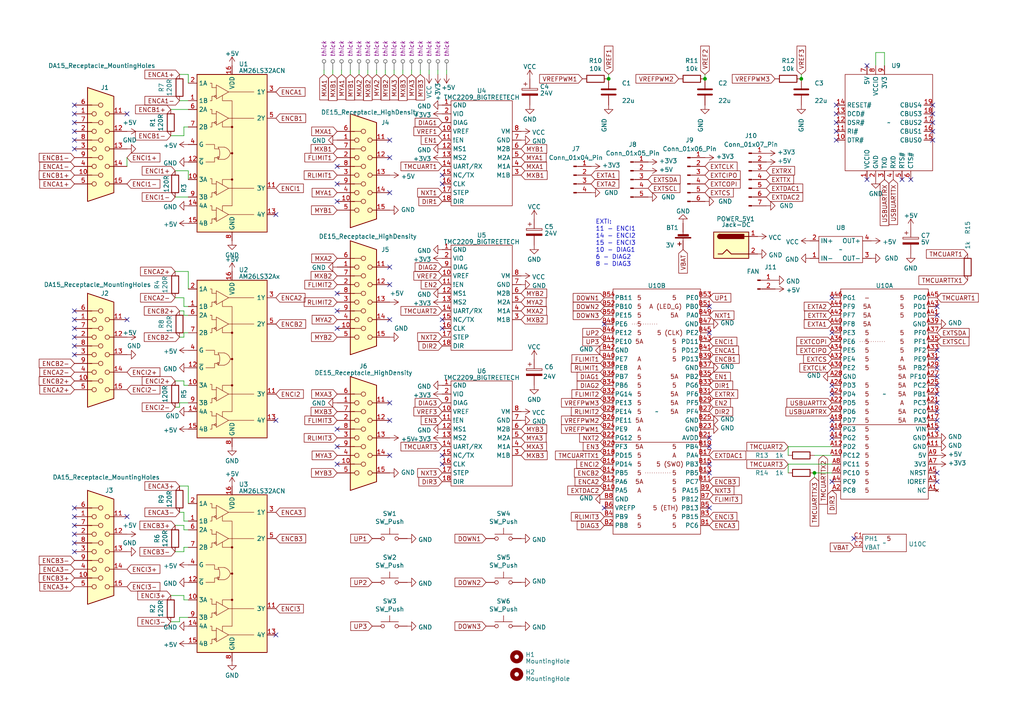
<source format=kicad_sch>
(kicad_sch (version 20230121) (generator eeschema)
  (paper "A4")
  (junction (at 236.22 137.16))
  (junction (at 176.53 22.86))
  (junction (at 232.41 22.86))
  (junction (at 204.47 22.86))
  (no_connect (at 205.74 88.9))
  (no_connect (at 242.57 38.1))
  (no_connect (at 271.78 137.16))
  (no_connect (at 271.78 124.46))
  (no_connect (at 247.65 156.21))
  (no_connect (at 80.01 184.15))
  (no_connect (at 128.27 53.34))
  (no_connect (at 21.59 92.71))
  (no_connect (at 21.59 30.48))
  (no_connect (at 264.16 52.07))
  (no_connect (at 113.03 82.55))
  (no_connect (at 21.59 149.86))
  (no_connect (at 97.79 134.62))
  (no_connect (at 271.78 116.84))
  (no_connect (at 21.59 38.1))
  (no_connect (at 21.59 160.02))
  (no_connect (at 271.78 106.68))
  (no_connect (at 251.46 19.05))
  (no_connect (at 205.74 96.52))
  (no_connect (at 21.59 100.33))
  (no_connect (at 21.59 33.02))
  (no_connect (at 271.78 121.92))
  (no_connect (at 270.51 33.02))
  (no_connect (at 128.27 95.25))
  (no_connect (at 205.74 129.54))
  (no_connect (at 21.59 147.32))
  (no_connect (at 205.74 137.16))
  (no_connect (at 97.79 85.09))
  (no_connect (at 271.78 111.76))
  (no_connect (at 97.79 53.34))
  (no_connect (at 113.03 77.47))
  (no_connect (at 113.03 92.71))
  (no_connect (at 241.3 96.52))
  (no_connect (at 21.59 102.87))
  (no_connect (at 175.26 93.98))
  (no_connect (at 271.78 104.14))
  (no_connect (at 175.26 147.32))
  (no_connect (at 241.3 86.36))
  (no_connect (at 205.74 127))
  (no_connect (at 21.59 90.17))
  (no_connect (at 21.59 35.56))
  (no_connect (at 128.27 92.71))
  (no_connect (at 270.51 30.48))
  (no_connect (at 242.57 30.48))
  (no_connect (at 128.27 132.08))
  (no_connect (at 270.51 35.56))
  (no_connect (at 21.59 43.18))
  (no_connect (at 261.62 52.07))
  (no_connect (at 270.51 38.1))
  (no_connect (at 36.83 149.86))
  (no_connect (at 97.79 58.42))
  (no_connect (at 241.3 124.46))
  (no_connect (at 271.78 119.38))
  (no_connect (at 271.78 114.3))
  (no_connect (at 21.59 152.4))
  (no_connect (at 128.27 134.62))
  (no_connect (at 241.3 114.3))
  (no_connect (at 80.01 62.23))
  (no_connect (at 128.27 50.8))
  (no_connect (at 270.51 40.64))
  (no_connect (at 97.79 95.25))
  (no_connect (at 113.03 55.88))
  (no_connect (at 113.03 116.84))
  (no_connect (at 242.57 33.02))
  (no_connect (at 205.74 147.32))
  (no_connect (at 271.78 101.6))
  (no_connect (at 21.59 95.25))
  (no_connect (at 36.83 92.71))
  (no_connect (at 21.59 97.79))
  (no_connect (at 271.78 91.44))
  (no_connect (at 80.01 121.92))
  (no_connect (at 271.78 109.22))
  (no_connect (at 113.03 121.92))
  (no_connect (at 113.03 45.72))
  (no_connect (at 97.79 90.17))
  (no_connect (at 97.79 48.26))
  (no_connect (at 271.78 88.9))
  (no_connect (at 113.03 40.64))
  (no_connect (at 21.59 157.48))
  (no_connect (at 271.78 139.7))
  (no_connect (at 36.83 33.02))
  (no_connect (at 251.46 52.07))
  (no_connect (at 241.3 121.92))
  (no_connect (at 97.79 129.54))
  (no_connect (at 241.3 139.7))
  (no_connect (at 205.74 134.62))
  (no_connect (at 241.3 111.76))
  (no_connect (at 242.57 35.56))
  (no_connect (at 241.3 127))
  (no_connect (at 21.59 40.64))
  (no_connect (at 21.59 154.94))
  (no_connect (at 242.57 40.64))
  (no_connect (at 113.03 132.08))
  (no_connect (at 97.79 124.46))
  (wire (pts (xy 36.83 45.72) (xy 36.83 48.26)))
  (wire (pts (xy 236.22 132.08) (xy 241.3 132.08)))
  (wire (pts (xy 53.34 88.9) (xy 54.61 88.9)))
  (wire (pts (xy 254 15.24) (xy 256.54 15.24)))
  (wire (pts (xy 53.34 86.36) (xy 53.34 88.9)))
  (wire (pts (xy 50.8 160.02) (xy 53.34 160.02)))
  (wire (pts (xy 204.47 21.59) (xy 204.47 22.86)))
  (wire (pts (xy 53.34 160.02) (xy 53.34 158.75)))
  (wire (pts (xy 53.34 148.59) (xy 53.34 151.13)))
  (wire (pts (xy 254 19.05) (xy 254 15.24)))
  (wire (pts (xy 50.8 110.49) (xy 53.34 110.49)))
  (wire (pts (xy 53.34 173.99) (xy 54.61 173.99)))
  (wire (pts (xy 52.07 118.11) (xy 52.07 116.84)))
  (wire (pts (xy 53.34 36.83) (xy 54.61 36.83)))
  (wire (pts (xy 99.06 20.32) (xy 99.06 21.59)))
  (wire (pts (xy 54.61 78.74) (xy 54.61 83.82)))
  (wire (pts (xy 53.34 110.49) (xy 53.34 111.76)))
  (wire (pts (xy 54.61 49.53) (xy 54.61 52.07)))
  (wire (pts (xy 53.34 39.37) (xy 53.34 36.83)))
  (wire (pts (xy 53.34 172.72) (xy 53.34 173.99)))
  (wire (pts (xy 116.84 20.32) (xy 116.84 21.59)))
  (wire (pts (xy 53.34 152.4) (xy 53.34 153.67)))
  (wire (pts (xy 232.41 21.59) (xy 232.41 22.86)))
  (wire (pts (xy 127 20.32) (xy 127 21.59)))
  (wire (pts (xy 228.6 134.62) (xy 228.6 137.16)))
  (wire (pts (xy 52.07 116.84) (xy 54.61 116.84)))
  (wire (pts (xy 109.22 20.32) (xy 109.22 21.59)))
  (wire (pts (xy 54.61 24.13) (xy 54.61 21.59)))
  (wire (pts (xy 119.38 20.32) (xy 119.38 21.59)))
  (wire (pts (xy 53.34 151.13) (xy 54.61 151.13)))
  (wire (pts (xy 53.34 111.76) (xy 54.61 111.76)))
  (wire (pts (xy 52.07 90.17) (xy 53.34 90.17)))
  (wire (pts (xy 228.6 129.54) (xy 241.3 129.54)))
  (wire (pts (xy 50.8 57.15) (xy 54.61 57.15)))
  (wire (pts (xy 50.8 152.4) (xy 53.34 152.4)))
  (wire (pts (xy 106.68 20.32) (xy 106.68 21.59)))
  (wire (pts (xy 53.34 96.52) (xy 54.61 96.52)))
  (wire (pts (xy 50.8 49.53) (xy 54.61 49.53)))
  (wire (pts (xy 52.07 29.21) (xy 54.61 29.21)))
  (wire (pts (xy 49.53 172.72) (xy 53.34 172.72)))
  (wire (pts (xy 54.61 140.97) (xy 52.07 140.97)))
  (wire (pts (xy 53.34 97.79) (xy 53.34 96.52)))
  (wire (pts (xy 53.34 90.17) (xy 53.34 91.44)))
  (wire (pts (xy 52.07 179.07) (xy 54.61 179.07)))
  (wire (pts (xy 54.61 78.74) (xy 50.8 78.74)))
  (wire (pts (xy 111.76 20.32) (xy 111.76 21.59)))
  (wire (pts (xy 52.07 21.59) (xy 54.61 21.59)))
  (wire (pts (xy 129.54 20.32) (xy 129.54 21.59)))
  (wire (pts (xy 236.22 137.16) (xy 241.3 137.16)))
  (wire (pts (xy 93.98 20.32) (xy 93.98 21.59)))
  (wire (pts (xy 53.34 91.44) (xy 54.61 91.44)))
  (wire (pts (xy 236.22 137.16) (xy 236.22 138.43)))
  (wire (pts (xy 49.53 39.37) (xy 53.34 39.37)))
  (wire (pts (xy 53.34 148.59) (xy 52.07 148.59)))
  (wire (pts (xy 50.8 86.36) (xy 53.34 86.36)))
  (wire (pts (xy 228.6 129.54) (xy 228.6 132.08)))
  (wire (pts (xy 50.8 118.11) (xy 52.07 118.11)))
  (wire (pts (xy 49.53 31.75) (xy 54.61 31.75)))
  (wire (pts (xy 101.6 20.32) (xy 101.6 21.59)))
  (wire (pts (xy 54.61 146.05) (xy 54.61 140.97)))
  (wire (pts (xy 52.07 180.34) (xy 52.07 179.07)))
  (wire (pts (xy 114.3 20.32) (xy 114.3 21.59)))
  (wire (pts (xy 49.53 180.34) (xy 52.07 180.34)))
  (wire (pts (xy 228.6 134.62) (xy 241.3 134.62)))
  (wire (pts (xy 52.07 97.79) (xy 53.34 97.79)))
  (wire (pts (xy 121.92 20.32) (xy 121.92 21.59)))
  (wire (pts (xy 96.52 20.32) (xy 96.52 21.59)))
  (wire (pts (xy 53.34 158.75) (xy 54.61 158.75)))
  (wire (pts (xy 104.14 20.32) (xy 104.14 21.59)))
  (wire (pts (xy 256.54 15.24) (xy 256.54 19.05)))
  (wire (pts (xy 176.53 21.59) (xy 176.53 22.86)))
  (wire (pts (xy 53.34 153.67) (xy 54.61 153.67)))
  (wire (pts (xy 124.46 20.32) (xy 124.46 21.59)))
  (text "EXTI:\n11 - ENCI1\n14 - ENCI2\n15 - ENCI3\n10 - DIAG1\n6 - DIAG2\n8 - DIAG3\n" (at 172.72 77.47 0) (effects (font (size 1.27 1.27)) (justify left bottom)))
  (global_label "ENCA1-" (shape input) (at 52.07 29.21 180) (property "Intersheetrefs" "${INTERSHEET_REFS}" (effects hide)))
  (global_label "ENCA3+" (shape input) (at 21.59 170.18 180) (property "Intersheetrefs" "${INTERSHEET_REFS}" (effects hide)))
  (global_label "DIR2" (shape input) (at 205.74 119.38 0) (property "Intersheetrefs" "${INTERSHEET_REFS}" (effects hide)))
  (global_label "ENCA1" (shape input) (at 205.74 101.6 0) (property "Intersheetrefs" "${INTERSHEET_REFS}" (effects hide)))
  (global_label "MXA3" (shape input) (at 114.3 21.59 270) (property "Intersheetrefs" "${INTERSHEET_REFS}" (effects hide)))
  (global_label "EXTRX" (shape input) (at 222.25 49.53 0) (property "Intersheetrefs" "${INTERSHEET_REFS}" (effects hide)))
  (global_label "NXT1" (shape input) (at 205.74 91.44 0) (property "Intersheetrefs" "${INTERSHEET_REFS}" (effects hide)))
  (global_label "ENCA1+" (shape input) (at 21.59 53.34 180) (property "Intersheetrefs" "${INTERSHEET_REFS}" (effects hide)))
  (global_label "DIAG1" (shape input) (at 128.27 35.56 180) (property "Intersheetrefs" "${INTERSHEET_REFS}" (effects hide)))
  (global_label "EXTTX" (shape input) (at 241.3 91.44 180) (property "Intersheetrefs" "${INTERSHEET_REFS}" (effects hide)))
  (global_label "MXB1" (shape input) (at 96.52 21.59 270) (property "Intersheetrefs" "${INTERSHEET_REFS}" (effects hide)))
  (global_label "ENCI1-" (shape input) (at 50.8 57.15 180) (property "Intersheetrefs" "${INTERSHEET_REFS}" (effects hide)))
  (global_label "UP2" (shape input) (at 175.26 96.52 180) (property "Intersheetrefs" "${INTERSHEET_REFS}" (effects hide)))
  (global_label "EN2" (shape input) (at 128.27 82.55 180) (property "Intersheetrefs" "${INTERSHEET_REFS}" (effects hide)))
  (global_label "DIAG2" (shape input) (at 175.26 111.76 180) (property "Intersheetrefs" "${INTERSHEET_REFS}" (effects hide)))
  (global_label "ENCA2+" (shape input) (at 50.8 78.74 180) (property "Intersheetrefs" "${INTERSHEET_REFS}" (effects hide)))
  (global_label "ENCA3" (shape input) (at 205.74 152.4 0) (property "Intersheetrefs" "${INTERSHEET_REFS}" (effects hide)))
  (global_label "EN1" (shape input) (at 205.74 109.22 0) (property "Intersheetrefs" "${INTERSHEET_REFS}" (effects hide)))
  (global_label "ENCB3+" (shape input) (at 50.8 152.4 180) (property "Intersheetrefs" "${INTERSHEET_REFS}" (effects hide)))
  (global_label "DIR1" (shape input) (at 205.74 111.76 0) (property "Intersheetrefs" "${INTERSHEET_REFS}" (effects hide)))
  (global_label "ENCB3" (shape input) (at 205.74 139.7 0) (property "Intersheetrefs" "${INTERSHEET_REFS}" (effects hide)))
  (global_label "DOWN3" (shape input) (at 175.26 91.44 180) (property "Intersheetrefs" "${INTERSHEET_REFS}" (effects hide)))
  (global_label "ENCA2+" (shape input) (at 21.59 113.03 180) (property "Intersheetrefs" "${INTERSHEET_REFS}" (effects hide)))
  (global_label "TMCUART3" (shape input) (at 128.27 129.54 180) (property "Intersheetrefs" "${INTERSHEET_REFS}" (effects hide)))
  (global_label "UP1" (shape input) (at 107.95 156.21 180) (property "Intersheetrefs" "${INTERSHEET_REFS}" (effects hide)))
  (global_label "ENCI3" (shape input) (at 205.74 149.86 0) (property "Intersheetrefs" "${INTERSHEET_REFS}" (effects hide)))
  (global_label "VBAT" (shape input) (at 198.12 72.39 270) (property "Intersheetrefs" "${INTERSHEET_REFS}" (effects hide)))
  (global_label "MYB2" (shape input) (at 111.76 21.59 270) (property "Intersheetrefs" "${INTERSHEET_REFS}" (effects hide)))
  (global_label "RLIMIT3" (shape input) (at 97.79 127 180) (property "Intersheetrefs" "${INTERSHEET_REFS}" (effects hide)))
  (global_label "DIAG2" (shape input) (at 128.27 77.47 180) (property "Intersheetrefs" "${INTERSHEET_REFS}" (effects hide)))
  (global_label "ENCA1" (shape input) (at 80.01 26.67 0) (property "Intersheetrefs" "${INTERSHEET_REFS}" (effects hide)))
  (global_label "ENCB1" (shape input) (at 80.01 34.29 0) (property "Intersheetrefs" "${INTERSHEET_REFS}" (effects hide)))
  (global_label "MXA1" (shape input) (at 151.13 48.26 0) (property "Intersheetrefs" "${INTERSHEET_REFS}" (effects hide)))
  (global_label "EXTSDA" (shape input) (at 187.96 52.07 0) (property "Intersheetrefs" "${INTERSHEET_REFS}" (effects hide)))
  (global_label "RLIMIT2" (shape input) (at 175.26 119.38 180) (property "Intersheetrefs" "${INTERSHEET_REFS}" (effects hide)))
  (global_label "ENCI1+" (shape input) (at 50.8 49.53 180) (property "Intersheetrefs" "${INTERSHEET_REFS}" (effects hide)))
  (global_label "TMCUART2" (shape input) (at 128.27 90.17 180) (property "Intersheetrefs" "${INTERSHEET_REFS}" (effects hide)))
  (global_label "DOWN2" (shape input) (at 175.26 88.9 180) (property "Intersheetrefs" "${INTERSHEET_REFS}" (effects hide)))
  (global_label "EXTDAC2" (shape input) (at 175.26 142.24 180) (property "Intersheetrefs" "${INTERSHEET_REFS}" (effects hide)))
  (global_label "MXA1" (shape input) (at 93.98 21.59 270) (property "Intersheetrefs" "${INTERSHEET_REFS}" (effects hide)))
  (global_label "ENCI3+" (shape input) (at 36.83 165.1 0) (property "Intersheetrefs" "${INTERSHEET_REFS}" (effects hide)))
  (global_label "UP3" (shape input) (at 175.26 99.06 180) (property "Intersheetrefs" "${INTERSHEET_REFS}" (effects hide)))
  (global_label "ENCB3" (shape input) (at 80.01 156.21 0) (property "Intersheetrefs" "${INTERSHEET_REFS}" (effects hide)))
  (global_label "TMCUART1" (shape input) (at 128.27 48.26 180) (property "Intersheetrefs" "${INTERSHEET_REFS}" (effects hide)))
  (global_label "ENCB2" (shape input) (at 80.01 93.98 0) (property "Intersheetrefs" "${INTERSHEET_REFS}" (effects hide)))
  (global_label "EXTA1" (shape input) (at 241.3 93.98 180) (property "Intersheetrefs" "${INTERSHEET_REFS}" (effects hide)))
  (global_label "EN3" (shape input) (at 175.26 129.54 180) (property "Intersheetrefs" "${INTERSHEET_REFS}" (effects hide)))
  (global_label "MYA1" (shape input) (at 99.06 21.59 270) (property "Intersheetrefs" "${INTERSHEET_REFS}" (effects hide)))
  (global_label "RLIMIT1" (shape input) (at 97.79 50.8 180) (property "Intersheetrefs" "${INTERSHEET_REFS}" (effects hide)))
  (global_label "ENCA2" (shape input) (at 80.01 86.36 0) (property "Intersheetrefs" "${INTERSHEET_REFS}" (effects hide)))
  (global_label "ENCB2-" (shape input) (at 21.59 105.41 180) (property "Intersheetrefs" "${INTERSHEET_REFS}" (effects hide)))
  (global_label "ENCI3+" (shape input) (at 49.53 172.72 180) (property "Intersheetrefs" "${INTERSHEET_REFS}" (effects hide)))
  (global_label "DIR3" (shape input) (at 128.27 139.7 180) (property "Intersheetrefs" "${INTERSHEET_REFS}" (effects hide)))
  (global_label "MYB1" (shape input) (at 97.79 60.96 180) (property "Intersheetrefs" "${INTERSHEET_REFS}" (effects hide)))
  (global_label "TMCUARTTX1" (shape input) (at 175.26 132.08 180) (property "Intersheetrefs" "${INTERSHEET_REFS}" (effects hide)))
  (global_label "EXTCIPO" (shape input) (at 204.47 50.8 0) (property "Intersheetrefs" "${INTERSHEET_REFS}" (effects hide)))
  (global_label "MYB1" (shape input) (at 101.6 21.59 270) (property "Intersheetrefs" "${INTERSHEET_REFS}" (effects hide)))
  (global_label "DOWN3" (shape input) (at 140.97 181.61 180) (property "Intersheetrefs" "${INTERSHEET_REFS}" (effects hide)))
  (global_label "VREF2" (shape input) (at 128.27 80.01 180) (property "Intersheetrefs" "${INTERSHEET_REFS}" (effects hide)))
  (global_label "MXB2" (shape input) (at 106.68 21.59 270) (property "Intersheetrefs" "${INTERSHEET_REFS}" (effects hide)))
  (global_label "MYA1" (shape input) (at 97.79 55.88 180) (property "Intersheetrefs" "${INTERSHEET_REFS}" (effects hide)))
  (global_label "USBUARTTX" (shape input) (at 259.08 52.07 270) (property "Intersheetrefs" "${INTERSHEET_REFS}" (effects hide)))
  (global_label "FLIMIT2" (shape input) (at 175.26 114.3 180) (property "Intersheetrefs" "${INTERSHEET_REFS}" (effects hide)))
  (global_label "ENCI2-" (shape input) (at 36.83 113.03 0) (property "Intersheetrefs" "${INTERSHEET_REFS}" (effects hide)))
  (global_label "FLIMIT3" (shape input) (at 97.79 121.92 180) (property "Intersheetrefs" "${INTERSHEET_REFS}" (effects hide)))
  (global_label "RLIMIT3" (shape input) (at 175.26 149.86 180) (property "Intersheetrefs" "${INTERSHEET_REFS}" (effects hide)))
  (global_label "VREF3" (shape input) (at 128.27 119.38 180) (property "Intersheetrefs" "${INTERSHEET_REFS}" (effects hide)))
  (global_label "DIAG1" (shape input) (at 175.26 109.22 180) (property "Intersheetrefs" "${INTERSHEET_REFS}" (effects hide)))
  (global_label "ENCA1+" (shape input) (at 52.07 21.59 180) (property "Intersheetrefs" "${INTERSHEET_REFS}" (effects hide)))
  (global_label "ENCB1-" (shape input) (at 21.59 45.72 180) (property "Intersheetrefs" "${INTERSHEET_REFS}" (effects hide)))
  (global_label "ENCA2-" (shape input) (at 21.59 107.95 180) (property "Intersheetrefs" "${INTERSHEET_REFS}" (effects hide)))
  (global_label "ENCB1+" (shape input) (at 49.53 31.75 180) (property "Intersheetrefs" "${INTERSHEET_REFS}" (effects hide)))
  (global_label "ENCB3-" (shape input) (at 21.59 162.56 180) (property "Intersheetrefs" "${INTERSHEET_REFS}" (effects hide)))
  (global_label "MYB2" (shape input) (at 151.13 85.09 0) (property "Intersheetrefs" "${INTERSHEET_REFS}" (effects hide)))
  (global_label "EXTCS" (shape input) (at 204.47 55.88 0) (property "Intersheetrefs" "${INTERSHEET_REFS}" (effects hide)))
  (global_label "ENCA2" (shape input) (at 175.26 139.7 180) (property "Intersheetrefs" "${INTERSHEET_REFS}" (effects hide)))
  (global_label "UP2" (shape input) (at 107.95 168.91 180) (property "Intersheetrefs" "${INTERSHEET_REFS}" (effects hide)))
  (global_label "MYB1" (shape input) (at 151.13 43.18 0) (property "Intersheetrefs" "${INTERSHEET_REFS}" (effects hide)))
  (global_label "EXTDAC1" (shape input) (at 205.74 132.08 0) (property "Intersheetrefs" "${INTERSHEET_REFS}" (effects hide)))
  (global_label "NXT1" (shape input) (at 128.27 55.88 180) (property "Intersheetrefs" "${INTERSHEET_REFS}" (effects hide)))
  (global_label "MXA2" (shape input) (at 104.14 21.59 270) (property "Intersheetrefs" "${INTERSHEET_REFS}" (effects hide)))
  (global_label "EN2" (shape input) (at 205.74 116.84 0) (property "Intersheetrefs" "${INTERSHEET_REFS}" (effects hide)))
  (global_label "EXTCS" (shape input) (at 241.3 104.14 180) (property "Intersheetrefs" "${INTERSHEET_REFS}" (effects hide)))
  (global_label "DIR1" (shape input) (at 128.27 58.42 180) (property "Intersheetrefs" "${INTERSHEET_REFS}" (effects hide)))
  (global_label "MYA3" (shape input) (at 119.38 21.59 270) (property "Intersheetrefs" "${INTERSHEET_REFS}" (effects hide)))
  (global_label "VREFPWM3" (shape input) (at 175.26 116.84 180) (property "Intersheetrefs" "${INTERSHEET_REFS}" (effects hide)))
  (global_label "ENCI1" (shape input) (at 80.01 54.61 0) (property "Intersheetrefs" "${INTERSHEET_REFS}" (effects hide)))
  (global_label "ENCB2" (shape input) (at 175.26 137.16 180) (property "Intersheetrefs" "${INTERSHEET_REFS}" (effects hide)))
  (global_label "DIR3" (shape input) (at 241.3 142.24 270) (property "Intersheetrefs" "${INTERSHEET_REFS}" (effects hide)))
  (global_label "MXA3" (shape input) (at 97.79 114.3 180) (property "Intersheetrefs" "${INTERSHEET_REFS}" (effects hide)))
  (global_label "DOWN1" (shape input) (at 175.26 86.36 180) (property "Intersheetrefs" "${INTERSHEET_REFS}" (effects hide)))
  (global_label "ENCA2-" (shape input) (at 50.8 86.36 180) (property "Intersheetrefs" "${INTERSHEET_REFS}" (effects hide)))
  (global_label "ENCI2-" (shape input) (at 50.8 118.11 180) (property "Intersheetrefs" "${INTERSHEET_REFS}" (effects hide)))
  (global_label "EXTDAC1" (shape input) (at 222.25 54.61 0) (property "Intersheetrefs" "${INTERSHEET_REFS}" (effects hide)))
  (global_label "EXTA2" (shape input) (at 171.45 53.34 0) (property "Intersheetrefs" "${INTERSHEET_REFS}" (effects hide)))
  (global_label "ENCI2+" (shape input) (at 50.8 110.49 180) (property "Intersheetrefs" "${INTERSHEET_REFS}" (effects hide)))
  (global_label "TMCUARTTX1" (shape input) (at 280.67 81.28 180) (property "Intersheetrefs" "${INTERSHEET_REFS}" (effects hide)))
  (global_label "VREF1" (shape input) (at 176.53 21.59 90) (property "Intersheetrefs" "${INTERSHEET_REFS}" (effects hide)))
  (global_label "ENCB2+" (shape input) (at 21.59 110.49 180) (property "Intersheetrefs" "${INTERSHEET_REFS}" (effects hide)))
  (global_label "ENCI1+" (shape input) (at 36.83 45.72 0) (property "Intersheetrefs" "${INTERSHEET_REFS}" (effects hide)))
  (global_label "VREFPWM2" (shape input) (at 196.85 22.86 180) (property "Intersheetrefs" "${INTERSHEET_REFS}" (effects hide)))
  (global_label "EXTSCL" (shape input) (at 187.96 54.61 0) (property "Intersheetrefs" "${INTERSHEET_REFS}" (effects hide)))
  (global_label "EXTRX" (shape input) (at 205.74 114.3 0) (property "Intersheetrefs" "${INTERSHEET_REFS}" (effects hide)))
  (global_label "EN3" (shape input) (at 128.27 121.92 180) (property "Intersheetrefs" "${INTERSHEET_REFS}" (effects hide)))
  (global_label "USBUARTRX" (shape input) (at 241.3 119.38 180) (property "Intersheetrefs" "${INTERSHEET_REFS}" (effects hide)))
  (global_label "MYB3" (shape input) (at 151.13 124.46 0) (property "Intersheetrefs" "${INTERSHEET_REFS}" (effects hide)))
  (global_label "MXA3" (shape input) (at 151.13 129.54 0) (property "Intersheetrefs" "${INTERSHEET_REFS}" (effects hide)))
  (global_label "ENCB3+" (shape input) (at 21.59 167.64 180) (property "Intersheetrefs" "${INTERSHEET_REFS}" (effects hide)))
  (global_label "MXB2" (shape input) (at 97.79 80.01 180) (property "Intersheetrefs" "${INTERSHEET_REFS}" (effects hide)))
  (global_label "EXTCLK" (shape input) (at 241.3 106.68 180) (property "Intersheetrefs" "${INTERSHEET_REFS}" (effects hide)))
  (global_label "ENCA3-" (shape input) (at 52.07 148.59 180) (property "Intersheetrefs" "${INTERSHEET_REFS}" (effects hide)))
  (global_label "VREF2" (shape input) (at 204.47 21.59 90) (property "Intersheetrefs" "${INTERSHEET_REFS}" (effects hide)))
  (global_label "RLIMIT1" (shape input) (at 175.26 106.68 180) (property "Intersheetrefs" "${INTERSHEET_REFS}" (effects hide)))
  (global_label "MXB3" (shape input) (at 151.13 132.08 0) (property "Intersheetrefs" "${INTERSHEET_REFS}" (effects hide)))
  (global_label "EXTCLK" (shape input) (at 204.47 48.26 0) (property "Intersheetrefs" "${INTERSHEET_REFS}" (effects hide)))
  (global_label "NXT2" (shape input) (at 128.27 97.79 180) (property "Intersheetrefs" "${INTERSHEET_REFS}" (effects hide)))
  (global_label "EXTCOPI" (shape input) (at 241.3 99.06 180) (property "Intersheetrefs" "${INTERSHEET_REFS}" (effects hide)))
  (global_label "MXB2" (shape input) (at 151.13 92.71 0) (property "Intersheetrefs" "${INTERSHEET_REFS}" (effects hide)))
  (global_label "MYA3" (shape input) (at 97.79 132.08 180) (property "Intersheetrefs" "${INTERSHEET_REFS}" (effects hide)))
  (global_label "ENCI3-" (shape input) (at 36.83 170.18 0) (property "Intersheetrefs" "${INTERSHEET_REFS}" (effects hide)))
  (global_label "UP1" (shape input) (at 205.74 86.36 0) (property "Intersheetrefs" "${INTERSHEET_REFS}" (effects hide)))
  (global_label "MYA2" (shape input) (at 97.79 92.71 180) (property "Intersheetrefs" "${INTERSHEET_REFS}" (effects hide)))
  (global_label "EXTTX" (shape input) (at 222.25 52.07 0) (property "Intersheetrefs" "${INTERSHEET_REFS}" (effects hide)))
  (global_label "TMCUART2" (shape input) (at 228.6 129.54 180) (property "Intersheetrefs" "${INTERSHEET_REFS}" (effects hide)))
  (global_label "EXTA2" (shape input) (at 241.3 88.9 180) (property "Intersheetrefs" "${INTERSHEET_REFS}" (effects hide)))
  (global_label "EXTCIPO" (shape input) (at 241.3 101.6 180) (property "Intersheetrefs" "${INTERSHEET_REFS}" (effects hide)))
  (global_label "USBUARTRX" (shape input) (at 256.54 52.07 270) (property "Intersheetrefs" "${INTERSHEET_REFS}" (effects hide)))
  (global_label "MXB1" (shape input) (at 97.79 43.18 180) (property "Intersheetrefs" "${INTERSHEET_REFS}" (effects hide)))
  (global_label "MXA2" (shape input) (at 97.79 74.93 180) (property "Intersheetrefs" "${INTERSHEET_REFS}" (effects hide)))
  (global_label "TMCUART1" (shape input) (at 280.67 73.66 180) (property "Intersheetrefs" "${INTERSHEET_REFS}" (effects hide)))
  (global_label "RLIMIT2" (shape input) (at 97.79 87.63 180) (property "Intersheetrefs" "${INTERSHEET_REFS}" (effects hide)))
  (global_label "MXA1" (shape input) (at 97.79 38.1 180) (property "Intersheetrefs" "${INTERSHEET_REFS}" (effects hide)))
  (global_label "MYA3" (shape input) (at 151.13 127 0) (property "Intersheetrefs" "${INTERSHEET_REFS}" (effects hide)))
  (global_label "FLIMIT2" (shape input) (at 97.79 82.55 180) (property "Intersheetrefs" "${INTERSHEET_REFS}" (effects hide)))
  (global_label "MYB2" (shape input) (at 97.79 97.79 180) (property "Intersheetrefs" "${INTERSHEET_REFS}" (effects hide)))
  (global_label "MYB3" (shape input) (at 97.79 137.16 180) (property "Intersheetrefs" "${INTERSHEET_REFS}" (effects hide)))
  (global_label "DIAG3" (shape input) (at 128.27 116.84 180) (property "Intersheetrefs" "${INTERSHEET_REFS}" (effects hide)))
  (global_label "VREFPWM1" (shape input) (at 168.91 22.86 180) (property "Intersheetrefs" "${INTERSHEET_REFS}" (effects hide)))
  (global_label "ENCB2+" (shape input) (at 52.07 90.17 180) (property "Intersheetrefs" "${INTERSHEET_REFS}" (effects hide)))
  (global_label "NXT3" (shape input) (at 205.74 142.24 0) (property "Intersheetrefs" "${INTERSHEET_REFS}" (effects hide)))
  (global_label "VBAT" (shape input) (at 247.65 158.75 180) (property "Intersheetrefs" "${INTERSHEET_REFS}" (effects hide)))
  (global_label "FLIMIT1" (shape input) (at 175.26 104.14 180) (property "Intersheetrefs" "${INTERSHEET_REFS}" (effects hide)))
  (global_label "TMCUART3" (shape input) (at 228.6 134.62 180) (property "Intersheetrefs" "${INTERSHEET_REFS}" (effects hide)))
  (global_label "NXT2" (shape input) (at 175.26 127 180) (property "Intersheetrefs" "${INTERSHEET_REFS}" (effects hide)))
  (global_label "VREF1" (shape input) (at 128.27 38.1 180) (property "Intersheetrefs" "${INTERSHEET_REFS}" (effects hide)))
  (global_label "TMCUARTTX3" (shape input) (at 236.22 138.43 270) (property "Intersheetrefs" "${INTERSHEET_REFS}" (effects hide)))
  (global_label "ENCI2" (shape input) (at 80.01 114.3 0) (property "Intersheetrefs" "${INTERSHEET_REFS}" (effects hide)))
  (global_label "EXTA1" (shape input) (at 171.45 50.8 0) (property "Intersheetrefs" "${INTERSHEET_REFS}" (effects hide)))
  (global_label "NXT3" (shape input) (at 128.27 137.16 180) (property "Intersheetrefs" "${INTERSHEET_REFS}" (effects hide)))
  (global_label "MYB3" (shape input) (at 121.92 21.59 270) (property "Intersheetrefs" "${INTERSHEET_REFS}" (effects hide)))
  (global_label "FLIMIT1" (shape input) (at 97.79 45.72 180) (property "Intersheetrefs" "${INTERSHEET_REFS}" (effects hide)))
  (global_label "ENCB1-" (shape input) (at 49.53 39.37 180) (property "Intersheetrefs" "${INTERSHEET_REFS}" (effects hide)))
  (global_label "EN1" (shape input) (at 128.27 40.64 180) (property "Intersheetrefs" "${INTERSHEET_REFS}" (effects hide)))
  (global_label "ENCI3-" (shape input) (at 49.53 180.34 180) (property "Intersheetrefs" "${INTERSHEET_REFS}" (effects hide)))
  (global_label "TMCUART1" (shape input) (at 271.78 86.36 0) (property "Intersheetrefs" "${INTERSHEET_REFS}" (effects hide)))
  (global_label "MYA2" (shape input) (at 109.22 21.59 270) (property "Intersheetrefs" "${INTERSHEET_REFS}" (effects hide)))
  (global_label "ENCA1-" (shape input) (at 21.59 48.26 180) (property "Intersheetrefs" "${INTERSHEET_REFS}" (effects hide)))
  (global_label "EXTSDA" (shape input) (at 271.78 96.52 0) (property "Intersheetrefs" "${INTERSHEET_REFS}" (effects hide)))
  (global_label "ENCA3" (shape input) (at 80.01 148.59 0) (property "Intersheetrefs" "${INTERSHEET_REFS}" (effects hide)))
  (global_label "ENCI1" (shape input) (at 205.74 99.06 0) (property "Intersheetrefs" "${INTERSHEET_REFS}" (effects hide)))
  (global_label "DOWN2" (shape input) (at 140.97 168.91 180) (property "Intersheetrefs" "${INTERSHEET_REFS}" (effects hide)))
  (global_label "ENCA3-" (shape input) (at 21.59 165.1 180) (property "Intersheetrefs" "${INTERSHEET_REFS}" (effects hide)))
  (global_label "EXTDAC2" (shape input) (at 222.25 57.15 0) (property "Intersheetrefs" "${INTERSHEET_REFS}" (effects hide)))
  (global_label "TMCUARTTX2" (shape input) (at 238.76 132.08 270) (property "Intersheetrefs" "${INTERSHEET_REFS}" (effects hide)))
  (global_label "ENCB1+" (shape input) (at 21.59 50.8 180) (property "Intersheetrefs" "${INTERSHEET_REFS}" (effects hide)))
  (global_label "ENCB2-" (shape input) (at 52.07 97.79 180) (property "Intersheetrefs" "${INTERSHEET_REFS}" (effects hide)))
  (global_label "DOWN1" (shape input) (at 140.97 156.21 180) (property "Intersheetrefs" "${INTERSHEET_REFS}" (effects hide)))
  (global_label "DIAG3" (shape input) (at 175.26 152.4 180) (property "Intersheetrefs" "${INTERSHEET_REFS}" (effects hide)))
  (global_label "ENCA3+" (shape input) (at 52.07 140.97 180) (property "Intersheetrefs" "${INTERSHEET_REFS}" (effects hide)))
  (global_label "ENCI3" (shape input) (at 80.01 176.53 0) (property "Intersheetrefs" "${INTERSHEET_REFS}" (effects hide)))
  (global_label "VREF3" (shape input) (at 232.41 21.59 90) (property "Intersheetrefs" "${INTERSHEET_REFS}" (effects hide)))
  (global_label "EXTCOPI" (shape input) (at 204.47 53.34 0) (property "Intersheetrefs" "${INTERSHEET_REFS}" (effects hide)))
  (global_label "EXTSCL" (shape input) (at 271.78 99.06 0) (property "Intersheetrefs" "${INTERSHEET_REFS}" (effects hide)))
  (global_label "ENCI1-" (shape input) (at 36.83 53.34 0) (property "Intersheetrefs" "${INTERSHEET_REFS}" (effects hide)))
  (global_label "USBUARTTX" (shape input) (at 241.3 116.84 180) (property "Intersheetrefs" "${INTERSHEET_REFS}" (effects hide)))
  (global_label "ENCI2+" (shape input) (at 36.83 107.95 0) (property "Intersheetrefs" "${INTERSHEET_REFS}" (effects hide)))
  (global_label "MXB3" (shape input) (at 97.79 119.38 180) (property "Intersheetrefs" "${INTERSHEET_REFS}" (effects hide)))
  (global_label "VREFPWM1" (shape input) (at 175.26 124.46 180) (property "Intersheetrefs" "${INTERSHEET_REFS}" (effects hide)))
  (global_label "VREFPWM2" (shape input) (at 175.26 121.92 180) (property "Intersheetrefs" "${INTERSHEET_REFS}" (effects hide)))
  (global_label "ENCB1" (shape input) (at 205.74 104.14 0) (property "Intersheetrefs" "${INTERSHEET_REFS}" (effects hide)))
  (global_label "ENCI2" (shape input) (at 175.26 134.62 180) (property "Intersheetrefs" "${INTERSHEET_REFS}" (effects hide)))
  (global_label "ENCB3-" (shape input) (at 50.8 160.02 180) (property "Intersheetrefs" "${INTERSHEET_REFS}" (effects hide)))
  (global_label "UP3" (shape input) (at 107.95 181.61 180) (property "Intersheetrefs" "${INTERSHEET_REFS}" (effects hide)))
  (global_label "VREFPWM3" (shape input) (at 224.79 22.86 180) (property "Intersheetrefs" "${INTERSHEET_REFS}" (effects hide)))
  (global_label "MXB1" (shape input) (at 151.13 50.8 0) (property "Intersheetrefs" "${INTERSHEET_REFS}" (effects hide)))
  (global_label "MXB3" (shape input) (at 116.84 21.59 270) (property "Intersheetrefs" "${INTERSHEET_REFS}" (effects hide)))
  (global_label "FLIMIT3" (shape input) (at 205.74 144.78 0) (property "Intersheetrefs" "${INTERSHEET_REFS}" (effects hide)))
  (global_label "MYA1" (shape input) (at 151.13 45.72 0) (property "Intersheetrefs" "${INTERSHEET_REFS}" (effects hide)))
  (global_label "MYA2" (shape input) (at 151.13 87.63 0) (property "Intersheetrefs" "${INTERSHEET_REFS}" (effects hide)))
  (global_label "DIR2" (shape input) (at 128.27 100.33 180) (property "Intersheetrefs" "${INTERSHEET_REFS}" (effects hide)))
  (global_label "MXA2" (shape input) (at 151.13 90.17 0) (property "Intersheetrefs" "${INTERSHEET_REFS}" (effects hide)))
  (netclass_flag "" (length 2.54) (shape round) (at 129.54 20.32 0) (property "Netclass" "thick" (at 129.54 16.51 90) (effects (font italic) (justify left))))
  (netclass_flag "" (length 2.54) (shape round) (at 93.98 20.32 0) (property "Netclass" "thick" (at 93.98 16.51 90) (effects (font italic) (justify left))))
  (netclass_flag "" (length 2.54) (shape round) (at 114.3 20.32 0) (property "Netclass" "thick" (at 114.3 16.51 90) (effects (font italic) (justify left))))
  (netclass_flag "" (length 2.54) (shape round) (at 127 20.32 0) (property "Netclass" "thick" (at 127 16.51 90) (effects (font italic) (justify left))))
  (netclass_flag "" (length 2.54) (shape round) (at 106.68 20.32 0) (property "Netclass" "thick" (at 106.68 16.51 90) (effects (font italic) (justify left))))
  (netclass_flag "" (length 2.54) (shape round) (at 104.14 20.32 0) (property "Netclass" "thick" (at 104.14 16.51 90) (effects (font italic) (justify left))))
  (netclass_flag "" (length 2.54) (shape round) (at 99.06 20.32 0) (property "Netclass" "thick" (at 99.06 16.51 90) (effects (font italic) (justify left))))
  (netclass_flag "" (length 2.54) (shape round) (at 111.76 20.32 0) (property "Netclass" "thick" (at 111.76 16.51 90) (effects (font italic) (justify left))))
  (netclass_flag "" (length 2.54) (shape round) (at 109.22 20.32 0) (property "Netclass" "thick" (at 109.22 16.51 90) (effects (font italic) (justify left))))
  (netclass_flag "" (length 2.54) (shape round) (at 116.84 20.32 0) (property "Netclass" "thick" (at 116.84 16.51 90) (effects (font italic) (justify left))))
  (netclass_flag "" (length 2.54) (shape round) (at 121.92 20.32 0) (property "Netclass" "thick" (at 121.92 16.51 90) (effects (font italic) (justify left))))
  (netclass_flag "" (length 2.54) (shape round) (at 119.38 20.32 0) (property "Netclass" "thick" (at 119.38 16.51 90) (effects (font italic) (justify left))))
  (netclass_flag "" (length 2.54) (shape round) (at 124.46 20.32 0) (property "Netclass" "thick" (at 124.46 16.51 90) (effects (font italic) (justify left))))
  (netclass_flag "" (length 2.54) (shape round) (at 96.52 20.32 0) (property "Netclass" "thick" (at 96.52 16.51 90) (effects (font italic) (justify left))))
  (netclass_flag "" (length 2.54) (shape round) (at 101.6 20.32 0) (property "Netclass" "thick" (at 101.6 16.51 90) (effects (font italic) (justify left))))
  (symbol (lib_id "power:GND") (at 128.27 43.18 270) (unit 1)
    (property "Reference" "#PWR039" (effects hide))
    (property "Value" "GND" (at 125.0951 43.4968 90) (effects (justify right)))
  )
  (symbol (lib_id "Connector:DE15_Receptacle_HighDensity") (at 105.41 50.8 0) (unit 1)
    (property "Reference" "J4" (at 111.76 35.56 0))
    (property "Value" "DE15_Receptacle_HighDensity" (at 107.315 32.5661 0))
    (property "Footprint" "stepper2:DSUB-15-HD_Horizontal_Pitch2.29x2.54mm_EdgePinOffset9.40mm" (effects hide))
    (property "Datasheet" " ~" (effects hide))
  )
  (symbol (lib_id "power:GND") (at 205.74 124.46 90) (unit 1)
    (property "Reference" "#PWR073" (effects hide))
    (property "Value" "GND" (at 208.9149 124.1432 90) (effects (justify right)))
  )
  (symbol (lib_id "Interface:AM26LV32xNS") (at 67.31 104.14 0) (unit 1)
    (property "Reference" "U2" (at 69.2659 78.2701 0) (effects (justify left)))
    (property "Value" "AM26LS32Ax" (at 69.2659 80.1911 0) (effects (justify left)))
    (property "Footprint" "stepper2:SO-16_3.9x9.9mm_P1.27mm" (effects hide))
    (property "Datasheet" "http://www.ti.com/lit/ds/symlink/am26lv32.pdf" (effects hide))
  )
  (symbol (lib_id "power:+5V") (at 36.83 154.94 270) (unit 1)
    (property "Reference" "#PWR05" (effects hide))
    (property "Value" "+5V" (at 35.56 152.4 90) (effects (justify left)))
  )
  (symbol (lib_id "Device:Battery_Cell") (at 198.12 67.31 180) (unit 1)
    (property "Reference" "BT1" (at 196.85 66.04 0) (effects (justify left)))
    (property "Value" "3V" (at 195.58 71.12 0) (effects (justify left)))
    (property "Footprint" "Battery:BatteryHolder_Keystone_1060_1x2032" (effects hide))
  )
  (symbol (lib_id "Connector:Conn_01x05_Pin") (at 182.88 52.07 0) (unit 1)
    (property "Reference" "J8" (at 183.515 41.91 0))
    (property "Value" "Conn_01x05_Pin" (at 183.515 44.45 0))
    (property "Footprint" "stepper2:JST_PH_S5B-PH-SM4-TB_1x05-1MP_P2.00mm_Horizontal" (effects hide))
  )
  (symbol (lib_id "power:GND") (at 67.31 129.54 0) (unit 1)
    (property "Reference" "#PWR022" (effects hide))
    (property "Value" "GND" (at 67.31 133.6755 0))
  )
  (symbol (lib_id "Device:R") (at 50.8 114.3 0) (unit 1)
    (property "Reference" "R5" (at 53.34 114.3 90))
    (property "Value" "120R" (at 47.8536 114.3 90))
    (property "Footprint" "Resistor_SMD:R_1206_3216Metric_Pad1.30x1.75mm_HandSolder" (effects hide))
  )
  (symbol (lib_id "power:VCC") (at 154.94 104.14 0) (unit 1)
    (property "Reference" "#PWR091" (effects hide))
    (property "Value" "VCC" (at 154.94 100.6381 0))
  )
  (symbol (lib_id "power:+3V3") (at 128.27 45.72 90) (unit 1)
    (property "Reference" "#PWR040" (effects hide))
    (property "Value" "+3V3" (at 125.095 46.0368 90) (effects (justify left)))
  )
  (symbol (lib_id "power:VCC") (at 154.94 63.5 0) (unit 1)
    (property "Reference" "#PWR089" (effects hide))
    (property "Value" "VCC" (at 154.94 59.9981 0))
  )
  (symbol (lib_id "power:+5V") (at 36.83 97.79 270) (unit 1)
    (property "Reference" "#PWR03" (effects hide))
    (property "Value" "+5V" (at 35.56 96.52 90) (effects (justify left)))
  )
  (symbol (lib_id "power:+3V3") (at 127 21.59 180) (unit 1)
    (property "Reference" "#PWR0100" (effects hide))
    (property "Value" "+3V3" (at 127 26.67 90))
  )
  (symbol (lib_id "power:VCC") (at 151.13 38.1 270) (unit 1)
    (property "Reference" "#PWR049" (effects hide))
    (property "Value" "VCC" (at 154.305 38.4168 90) (effects (justify left)))
  )
  (symbol (lib_id "power:+3V3") (at 171.45 48.26 270) (unit 1)
    (property "Reference" "#PWR058" (effects hide))
    (property "Value" "+3V3" (at 174.625 47.9432 90) (effects (justify left)))
  )
  (symbol (lib_id "Connector:Conn_01x07_Pin") (at 217.17 52.07 0) (unit 1)
    (property "Reference" "J10" (at 217.805 39.37 0))
    (property "Value" "Conn_01x07_Pin" (at 217.805 41.91 0))
    (property "Footprint" "stepper2:JST_PH_S7B-PH-SM4-TB_1x07-1MP_P2.00mm_Horizontal" (effects hide))
  )
  (symbol (lib_id "power:VCC") (at 219.71 68.58 270) (unit 1)
    (property "Reference" "#PWR074" (effects hide))
    (property "Value" "VCC" (at 222.885 68.8968 90) (effects (justify left)))
  )
  (symbol (lib_id "stepper2:NucleoH723") (at 256.54 114.3 180) (unit 1)
    (property "Reference" "U10" (at 256.54 82.8581 0))
    (property "Value" "~" (at 256.54 114.3 0))
    (property "Footprint" "stepper2:Nucleo144_H723_withVBAT" (effects hide))
  )
  (symbol (lib_id "power:+5V") (at 67.31 78.74 0) (unit 1)
    (property "Reference" "#PWR021" (effects hide))
    (property "Value" "+5V" (at 67.31 75.2381 0))
  )
  (symbol (lib_id "Connector:Conn_01x04_Pin") (at 166.37 50.8 0) (unit 1)
    (property "Reference" "J7" (at 167.005 43.18 0))
    (property "Value" "Conn_01x04_Pin" (at 167.005 45.72 0))
    (property "Footprint" "stepper2:JST_PH_S4B-PH-SM4-TB_1x04-1MP_P2.00mm_Horizontal" (effects hide))
  )
  (symbol (lib_id "power:GND") (at 118.11 156.21 90) (unit 1)
    (property "Reference" "#PWR034" (effects hide))
    (property "Value" "GND" (at 121.285 156.5268 90) (effects (justify right)))
  )
  (symbol (lib_id "Device:C") (at 204.47 26.67 0) (unit 1)
    (property "Reference" "C2" (at 208.28 24.13 0) (effects (justify left)))
    (property "Value" "22u" (at 208.28 29.21 0) (effects (justify left)))
    (property "Footprint" "Capacitor_SMD:C_1206_3216Metric_Pad1.33x1.80mm_HandSolder" (effects hide))
  )
  (symbol (lib_id "Device:R") (at 49.53 176.53 0) (unit 1)
    (property "Reference" "R2" (at 44.2722 176.53 90))
    (property "Value" "120R" (at 46.5836 176.53 90))
    (property "Footprint" "Resistor_SMD:R_1206_3216Metric_Pad1.30x1.75mm_HandSolder" (effects hide))
  )
  (symbol (lib_id "Device:C") (at 232.41 26.67 0) (unit 1)
    (property "Reference" "C3" (at 236.22 24.13 0) (effects (justify left)))
    (property "Value" "22u" (at 236.22 29.21 0) (effects (justify left)))
    (property "Footprint" "Capacitor_SMD:C_1206_3216Metric_Pad1.33x1.80mm_HandSolder" (effects hide))
  )
  (symbol (lib_id "power:+5V") (at 54.61 163.83 90) (unit 1)
    (property "Reference" "#PWR015" (effects hide))
    (property "Value" "+5V" (at 51.4351 164.1468 90) (effects (justify left)))
  )
  (symbol (lib_id "power:GND") (at 128.27 124.46 270) (unit 1)
    (property "Reference" "#PWR047" (effects hide))
    (property "Value" "GND" (at 125.0951 124.7768 90) (effects (justify right)))
  )
  (symbol (lib_id "power:GND") (at 204.47 58.42 90) (unit 1)
    (property "Reference" "#PWR069" (effects hide))
    (property "Value" "GND" (at 208.28 58.42 90) (effects (justify right)))
  )
  (symbol (lib_id "power:GND") (at 204.47 30.48 0) (unit 1)
    (property "Reference" "#PWR067" (effects hide))
    (property "Value" "GND" (at 203.2 34.29 90) (effects (justify right)))
  )
  (symbol (lib_id "Device:R") (at 228.6 22.86 270) (unit 1)
    (property "Reference" "R12" (at 228.6 17.6022 90))
    (property "Value" "10k" (at 228.6 19.9136 90))
    (property "Footprint" "Resistor_SMD:R_1206_3216Metric_Pad1.30x1.75mm_HandSolder" (effects hide))
  )
  (symbol (lib_id "power:GND") (at 171.45 55.88 90) (unit 1)
    (property "Reference" "#PWR059" (effects hide))
    (property "Value" "GND" (at 175.26 55.88 90) (effects (justify right)))
  )
  (symbol (lib_id "Connector:DE15_Receptacle_HighDensity") (at 29.21 43.18 0) (unit 1)
    (property "Reference" "J1" (at 29.21 25.4 0) (effects (justify left)))
    (property "Value" "DA15_Receptacle_MountingHoles" (at 13.97 19.05 0) (effects (justify left)))
    (property "Footprint" "stepper2:DSUB-15-HD_Vertical_Pitch2.29x1.98mm_Mercury3000_Enc" (effects hide))
    (property "Datasheet" " ~" (effects hide))
  )
  (symbol (lib_id "power:GND") (at 254 52.07 0) (unit 1)
    (property "Reference" "#PWR082" (effects hide))
    (property "Value" "GND" (at 254 56.2055 0))
  )
  (symbol (lib_id "power:+5V") (at 222.25 46.99 270) (unit 1)
    (property "Reference" "#PWR077" (effects hide))
    (property "Value" "+5V" (at 225.4249 46.6732 90) (effects (justify left)))
  )
  (symbol (lib_id "power:+5V") (at 54.61 64.77 90) (unit 1)
    (property "Reference" "#PWR010" (effects hide))
    (property "Value" "+5V" (at 51.4351 65.0868 90) (effects (justify left)))
  )
  (symbol (lib_id "power:GND") (at 151.13 156.21 90) (unit 1)
    (property "Reference" "#PWR055" (effects hide))
    (property "Value" "GND" (at 154.305 156.5268 90) (effects (justify right)))
  )
  (symbol (lib_id "power:GND") (at 232.41 30.48 0) (unit 1)
    (property "Reference" "#PWR079" (effects hide))
    (property "Value" "GND" (at 232.41 34.29 90) (effects (justify right)))
  )
  (symbol (lib_id "stepper2:NucleoH723") (at 190.5 119.38 180) (unit 2)
    (property "Reference" "U10" (at 190.5 82.8581 0))
    (property "Value" "~" (at 190.5 119.38 0))
    (property "Footprint" "stepper2:Nucleo144_H723_withVBAT" (effects hide))
  )
  (symbol (lib_id "power:GND") (at 241.3 109.22 270) (unit 1)
    (property "Reference" "#PWR081" (effects hide))
    (property "Value" "GND" (at 238.125 108.9032 90) (effects (justify right)))
  )
  (symbol (lib_id "power:GND") (at 234.95 74.93 270) (unit 1)
    (property "Reference" "#PWR098" (effects hide))
    (property "Value" "GND" (at 231.7751 75.2468 90) (effects (justify right)))
  )
  (symbol (lib_id "power:+5V") (at 264.16 66.04 0) (unit 1)
    (property "Reference" "#PWR095" (effects hide))
    (property "Value" "+5V" (at 264.16 62.5381 0))
  )
  (symbol (lib_id "power:GND") (at 128.27 72.39 270) (unit 1)
    (property "Reference" "#PWR041" (effects hide))
    (property "Value" "GND" (at 125.0951 72.7068 90) (effects (justify right)))
  )
  (symbol (lib_id "power:+3V3") (at 187.96 46.99 270) (unit 1)
    (property "Reference" "#PWR063" (effects hide))
    (property "Value" "+3V3" (at 191.135 46.6732 90) (effects (justify left)))
  )
  (symbol (lib_id "power:GND") (at 176.53 30.48 0) (unit 1)
    (property "Reference" "#PWR062" (effects hide))
    (property "Value" "GND" (at 175.26 34.29 90) (effects (justify right)))
  )
  (symbol (lib_id "power:GND") (at 205.74 93.98 90) (unit 1)
    (property "Reference" "#PWR070" (effects hide))
    (property "Value" "GND" (at 208.9149 93.6632 90) (effects (justify right)))
  )
  (symbol (lib_id "power:+3V3") (at 128.27 87.63 90) (unit 1)
    (property "Reference" "#PWR044" (effects hide))
    (property "Value" "+3V3" (at 125.095 87.9468 90) (effects (justify left)))
  )
  (symbol (lib_id "power:GND") (at 151.13 181.61 90) (unit 1)
    (property "Reference" "#PWR057" (effects hide))
    (property "Value" "GND" (at 154.305 181.9268 90) (effects (justify right)))
  )
  (symbol (lib_id "power:+3V3") (at 271.78 134.62 270) (unit 1)
    (property "Reference" "#PWR088" (effects hide))
    (property "Value" "+3V3" (at 274.955 134.3032 90) (effects (justify left)))
  )
  (symbol (lib_id "power:GND") (at 153.67 30.48 0) (unit 1)
    (property "Reference" "#PWR094" (effects hide))
    (property "Value" "GND" (at 153.67 34.6155 0))
  )
  (symbol (lib_id "Switch:SW_Push") (at 113.03 168.91 0) (unit 1)
    (property "Reference" "SW2" (at 113.03 161.671 0))
    (property "Value" "SW_Push" (at 113.03 163.9824 0))
    (property "Footprint" "Button_Switch_SMD:SW_Push_1P1T_NO_6x6mm_H9.5mm" (effects hide))
  )
  (symbol (lib_id "power:GND") (at 175.26 144.78 270) (unit 1)
    (property "Reference" "#PWR061" (effects hide))
    (property "Value" "GND" (at 172.085 144.4632 90) (effects (justify right)))
  )
  (symbol (lib_id "power:GND") (at 128.27 85.09 270) (unit 1)
    (property "Reference" "#PWR043" (effects hide))
    (property "Value" "GND" (at 125.0951 85.4068 90) (effects (justify right)))
  )
  (symbol (lib_id "Device:R") (at 50.8 82.55 0) (unit 1)
    (property "Reference" "R4" (at 45.5422 82.55 90))
    (property "Value" "120R" (at 47.8536 82.55 90))
    (property "Footprint" "Resistor_SMD:R_1206_3216Metric_Pad1.30x1.75mm_HandSolder" (effects hide))
  )
  (symbol (lib_id "power:+3V3") (at 128.27 114.3 90) (unit 1)
    (property "Reference" "#PWR046" (effects hide))
    (property "Value" "+3V3" (at 125.095 114.6168 90) (effects (justify left)))
  )
  (symbol (lib_id "power:GND") (at 54.61 46.99 270) (unit 1)
    (property "Reference" "#PWR08" (effects hide))
    (property "Value" "GND" (at 51.4351 47.3068 90) (effects (justify right)))
  )
  (symbol (lib_id "Interface:AM26LV32xNS") (at 67.31 44.45 0) (unit 1)
    (property "Reference" "U1" (at 69.2659 18.5801 0) (effects (justify left)))
    (property "Value" "AM26LS32ACN" (at 69.2659 20.5011 0) (effects (justify left)))
    (property "Footprint" "stepper2:SO-16_3.9x9.9mm_P1.27mm" (effects hide))
    (property "Datasheet" "http://www.ti.com/lit/ds/symlink/am26lv32.pdf" (effects hide))
  )
  (symbol (lib_id "power:+5V") (at 54.61 101.6 90) (unit 1)
    (property "Reference" "#PWR011" (effects hide))
    (property "Value" "+5V" (at 51.4351 101.9168 90) (effects (justify left)))
  )
  (symbol (lib_id "power:GND") (at 67.31 69.85 0) (unit 1)
    (property "Reference" "#PWR020" (effects hide))
    (property "Value" "GND" (at 67.31 73.9855 0))
  )
  (symbol (lib_id "Device:R") (at 172.72 22.86 270) (unit 1)
    (property "Reference" "R10" (at 172.72 17.6022 90))
    (property "Value" "10k" (at 172.72 19.9136 90))
    (property "Footprint" "Resistor_SMD:R_1206_3216Metric_Pad1.30x1.75mm_HandSolder" (effects hide))
  )
  (symbol (lib_id "power:+3V3") (at 222.25 44.45 270) (unit 1)
    (property "Reference" "#PWR076" (effects hide))
    (property "Value" "+3V3" (at 225.425 44.1332 90) (effects (justify left)))
  )
  (symbol (lib_id "power:GND") (at 97.79 116.84 270) (unit 1)
    (property "Reference" "#PWR027" (effects hide))
    (property "Value" "GND" (at 94.5388 116.967 90) (effects (justify right)))
  )
  (symbol (lib_id "power:VCC") (at 151.13 119.38 270) (unit 1)
    (property "Reference" "#PWR053" (effects hide))
    (property "Value" "VCC" (at 154.305 119.6968 90) (effects (justify left)))
  )
  (symbol (lib_id "Interface:AM26LV32xNS") (at 67.31 166.37 0) (unit 1)
    (property "Reference" "U3" (at 69.2659 140.5001 0) (effects (justify left)))
    (property "Value" "AM26LS32ACN" (at 69.2659 142.4211 0) (effects (justify left)))
    (property "Footprint" "stepper2:SO-16_3.9x9.9mm_P1.27mm" (effects hide))
    (property "Datasheet" "http://www.ti.com/lit/ds/symlink/am26lv32.pdf" (effects hide))
  )
  (symbol (lib_id "Device:R") (at 52.07 25.4 0) (unit 1)
    (property "Reference" "R7" (at 46.8122 25.4 90))
    (property "Value" "120R" (at 49.1236 25.4 90))
    (property "Footprint" "Resistor_SMD:R_1206_3216Metric_Pad1.30x1.75mm_HandSolder" (effects hide))
  )
  (symbol (lib_id "power:GND") (at 271.78 127 90) (unit 1)
    (property "Reference" "#PWR085" (effects hide))
    (property "Value" "GND" (at 274.9549 126.6832 90) (effects (justify right)))
  )
  (symbol (lib_id "power:GND") (at 54.61 181.61 270) (unit 1)
    (property "Reference" "#PWR017" (effects hide))
    (property "Value" "GND" (at 51.4351 181.9268 90) (effects (justify right)))
  )
  (symbol (lib_id "Device:C_Polarized") (at 264.16 69.85 0) (unit 1)
    (property "Reference" "C7" (at 267.081 68.3173 0) (effects (justify left)))
    (property "Value" "5V" (at 267.081 70.2383 0) (effects (justify left)))
    (property "Footprint" "Capacitor_SMD:CP_Elec_8x10.5" (effects hide))
  )
  (symbol (lib_id "power:GND") (at 151.13 121.92 90) (unit 1)
    (property "Reference" "#PWR054" (effects hide))
    (property "Value" "GND" (at 154.305 122.2368 90) (effects (justify right)))
  )
  (symbol (lib_id "power:GND") (at 198.12 64.77 180) (unit 1)
    (property "Reference" "#PWR066" (effects hide))
    (property "Value" "GND" (at 198.12 61.2681 0))
  )
  (symbol (lib_id "power:GND") (at 154.94 71.12 0) (unit 1)
    (property "Reference" "#PWR093" (effects hide))
    (property "Value" "GND" (at 154.94 75.2555 0))
  )
  (symbol (lib_id "power:GND") (at 219.71 73.66 90) (unit 1)
    (property "Reference" "#PWR075" (effects hide))
    (property "Value" "GND" (at 222.885 73.9768 90) (effects (justify right)))
  )
  (symbol (lib_id "power:+5V") (at 271.78 132.08 270) (unit 1)
    (property "Reference" "#PWR087" (effects hide))
    (property "Value" "+5V" (at 274.9549 131.7632 90) (effects (justify left)))
  )
  (symbol (lib_id "power:GND") (at 128.27 30.48 270) (unit 1)
    (property "Reference" "#PWR037" (effects hide))
    (property "Value" "GND" (at 125.0951 30.7968 90) (effects (justify right)))
  )
  (symbol (lib_id "Device:R") (at 232.41 137.16 90) (unit 1)
    (property "Reference" "R14" (at 220.98 137.16 90))
    (property "Value" "1k" (at 226.06 137.16 90))
    (property "Footprint" "Resistor_SMD:R_1206_3216Metric_Pad1.30x1.75mm_HandSolder" (effects hide))
  )
  (symbol (lib_id "Connector:DE15_Receptacle_HighDensity") (at 105.41 87.63 0) (unit 1)
    (property "Reference" "J5" (at 111.76 72.39 0))
    (property "Value" "DE15_Receptacle_HighDensity" (at 106.68 68.58 0))
    (property "Footprint" "stepper2:DSUB-15-HD_Horizontal_Pitch2.29x2.54mm_EdgePinOffset9.40mm" (effects hide))
    (property "Datasheet" " ~" (effects hide))
  )
  (symbol (lib_id "stepper2:TMC2209_BIGTREETECH") (at 139.7 86.36 0) (unit 1)
    (property "Reference" "U5" (at 139.7 68.2371 0))
    (property "Value" "TMC2209_BIGTREETECH" (at 139.7 70.1581 0))
    (property "Footprint" "stepper2:TMC2209_BIGTREETECH" (effects hide))
  )
  (symbol (lib_id "Switch:SW_Push") (at 146.05 181.61 0) (unit 1)
    (property "Reference" "SW6" (at 146.05 174.371 0))
    (property "Value" "SW_Push" (at 146.05 176.6824 0))
    (property "Footprint" "Button_Switch_SMD:SW_Push_1P1T_NO_6x6mm_H9.5mm" (effects hide))
  )
  (symbol (lib_id "power:VCC") (at 151.13 80.01 270) (unit 1)
    (property "Reference" "#PWR051" (effects hide))
    (property "Value" "VCC" (at 154.305 80.3268 90) (effects (justify left)))
  )
  (symbol (lib_id "Mechanical:MountingHole") (at 149.86 195.58 0) (unit 1)
    (property "Reference" "H2" (at 152.4 194.9363 0) (effects (justify left)))
    (property "Value" "MountingHole" (at 152.4 196.8573 0) (effects (justify left)))
    (property "Footprint" "stepper2:MountingHole_3.2mm_M3" (effects hide))
  )
  (symbol (lib_id "Mechanical:MountingHole") (at 149.86 190.5 0) (unit 1)
    (property "Reference" "H1" (at 152.4 189.8563 0) (effects (justify left)))
    (property "Value" "MountingHole" (at 152.4 191.7773 0) (effects (justify left)))
    (property "Footprint" "stepper2:MountingHole_3.2mm_M3" (effects hide))
  )
  (symbol (lib_id "power:VCC") (at 124.46 21.59 180) (unit 1)
    (property "Reference" "#PWR099" (effects hide))
    (property "Value" "VCC" (at 124.46 26.67 90))
  )
  (symbol (lib_id "power:+3V3") (at 204.47 45.72 270) (unit 1)
    (property "Reference" "#PWR068" (effects hide))
    (property "Value" "+3V3" (at 207.645 45.4032 90) (effects (justify left)))
  )
  (symbol (lib_id "power:+5V") (at 54.61 124.46 90) (unit 1)
    (property "Reference" "#PWR014" (effects hide))
    (property "Value" "+5V" (at 51.4351 124.7768 90) (effects (justify left)))
  )
  (symbol (lib_id "power:GND") (at 205.74 106.68 90) (unit 1)
    (property "Reference" "#PWR071" (effects hide))
    (property "Value" "GND" (at 208.9149 106.3632 90) (effects (justify right)))
  )
  (symbol (lib_id "power:+5V") (at 252.73 69.85 270) (unit 1)
    (property "Reference" "#PWR083" (effects hide))
    (property "Value" "+5V" (at 255.905 70.1668 90) (effects (justify left)))
  )
  (symbol (lib_id "Connector:Jack-DC") (at 212.09 71.12 0) (unit 1)
    (property "Reference" "POWER_5V1" (at 213.36 63.5 0))
    (property "Value" "Jack-DC" (at 213.5378 65.1764 0))
    (property "Footprint" "Connector_BarrelJack:BarrelJack_CUI_PJ-063AH_Horizontal_CircularHoles" (effects hide))
  )
  (symbol (lib_id "power:GND") (at 54.61 106.68 270) (unit 1)
    (property "Reference" "#PWR012" (effects hide))
    (property "Value" "GND" (at 51.4351 106.9968 90) (effects (justify right)))
  )
  (symbol (lib_id "Device:R") (at 280.67 77.47 0) (unit 1)
    (property "Reference" "R15" (at 280.67 66.04 90))
    (property "Value" "1k" (at 280.67 71.12 90))
    (property "Footprint" "Resistor_SMD:R_1206_3216Metric_Pad1.30x1.75mm_HandSolder" (effects hide))
  )
  (symbol (lib_id "power:GND") (at 271.78 93.98 90) (unit 1)
    (property "Reference" "#PWR084" (effects hide))
    (property "Value" "GND" (at 274.9549 93.6632 90) (effects (justify right)))
  )
  (symbol (lib_id "power:+5V") (at 113.03 50.8 270) (unit 1)
    (property "Reference" "#PWR028" (effects hide))
    (property "Value" "+5V" (at 116.2812 51.181 90) (effects (justify left)))
  )
  (symbol (lib_id "Connector:DE15_Receptacle_HighDensity") (at 105.41 127 0) (unit 1)
    (property "Reference" "J6" (at 105.41 106.2101 0))
    (property "Value" "DE15_Receptacle_HighDensity" (at 105.41 108.1311 0))
    (property "Footprint" "stepper2:DSUB-15-HD_Horizontal_Pitch2.29x2.54mm_EdgePinOffset9.40mm" (effects hide))
    (property "Datasheet" " ~" (effects hide))
  )
  (symbol (lib_id "power:GND") (at 36.83 160.02 90) (unit 1)
    (property "Reference" "#PWR06" (effects hide))
    (property "Value" "GND" (at 35.56 157.48 90) (effects (justify right)))
  )
  (symbol (lib_id "Device:R") (at 52.07 144.78 0) (unit 1)
    (property "Reference" "R9" (at 46.8122 144.78 90))
    (property "Value" "120R" (at 49.1236 144.78 90))
    (property "Footprint" "Resistor_SMD:R_1206_3216Metric_Pad1.30x1.75mm_HandSolder" (effects hide))
  )
  (symbol (lib_id "power:GND") (at 113.03 97.79 90) (unit 1)
    (property "Reference" "#PWR031" (effects hide))
    (property "Value" "GND" (at 114.3 95.25 90) (effects (justify right)))
  )
  (symbol (lib_id "power:GND") (at 128.27 111.76 270) (unit 1)
    (property "Reference" "#PWR045" (effects hide))
    (property "Value" "GND" (at 125.0951 112.0768 90) (effects (justify right)))
  )
  (symbol (lib_id "power:GND") (at 36.83 43.18 90) (unit 1)
    (property "Reference" "#PWR02" (effects hide))
    (property "Value" "GND" (at 35.56 40.64 90) (effects (justify right)))
  )
  (symbol (lib_id "Device:R") (at 50.8 156.21 0) (unit 1)
    (property "Reference" "R6" (at 45.5422 156.21 90))
    (property "Value" "120R" (at 47.8536 156.21 90))
    (property "Footprint" "Resistor_SMD:R_1206_3216Metric_Pad1.30x1.75mm_HandSolder" (effects hide))
  )
  (symbol (lib_id "power:+5V") (at 113.03 127 270) (unit 1)
    (property "Reference" "#PWR032" (effects hide))
    (property "Value" "+5V" (at 116.2812 127.381 90) (effects (justify left)))
  )
  (symbol (lib_id "power:+3V3") (at 128.27 33.02 90) (unit 1)
    (property "Reference" "#PWR038" (effects hide))
    (property "Value" "+3V3" (at 125.095 33.3368 90) (effects (justify left)))
  )
  (symbol (lib_id "power:+3V3") (at 128.27 74.93 90) (unit 1)
    (property "Reference" "#PWR042" (effects hide))
    (property "Value" "+3V3" (at 125.095 75.2468 90) (effects (justify left)))
  )
  (symbol (lib_id "power:GND") (at 205.74 121.92 90) (unit 1)
    (property "Reference" "#PWR072" (effects hide))
    (property "Value" "GND" (at 208.9149 121.6032 90) (effects (justify right)))
  )
  (symbol (lib_id "power:GND") (at 252.73 74.93 90) (unit 1)
    (property "Reference" "#PWR097" (effects hide))
    (property "Value" "GND" (at 256.54 74.93 90) (effects (justify right)))
  )
  (symbol (lib_id "Device:C_Polarized") (at 153.67 26.67 0) (unit 1)
    (property "Reference" "C4" (at 156.591 25.1373 0) (effects (justify left)))
    (property "Value" "24V" (at 156.591 27.0583 0) (effects (justify left)))
    (property "Footprint" "Capacitor_SMD:CP_Elec_10x10.5" (effects hide))
  )
  (symbol (lib_id "Connector:DE15_Receptacle_HighDensity") (at 29.21 160.02 0) (unit 1)
    (property "Reference" "J3" (at 30.48 142.24 0) (effects (justify left)))
    (property "Value" "DA15_Receptacle_MountingHoles" (at 15.24 138.43 0) (effects (justify left)))
    (property "Footprint" "stepper2:DSUB-15-HD_Vertical_Pitch2.29x1.98mm_Mercury3000_Enc" (effects hide))
    (property "Datasheet" " ~" (effects hide))
  )
  (symbol (lib_id "power:GND") (at 151.13 40.64 90) (unit 1)
    (property "Reference" "#PWR050" (effects hide))
    (property "Value" "GND" (at 154.305 40.9568 90) (effects (justify right)))
  )
  (symbol (lib_id "power:GND") (at 264.16 73.66 0) (unit 1)
    (property "Reference" "#PWR096" (effects hide))
    (property "Value" "GND" (at 264.16 77.7955 0))
  )
  (symbol (lib_id "Device:R") (at 52.07 93.98 0) (unit 1)
    (property "Reference" "R8" (at 46.8122 93.98 90))
    (property "Value" "120R" (at 49.1236 93.98 90))
    (property "Footprint" "Resistor_SMD:R_1206_3216Metric_Pad1.30x1.75mm_HandSolder" (effects hide))
  )
  (symbol (lib_id "Switch:SW_Push") (at 146.05 156.21 0) (unit 1)
    (property "Reference" "SW4" (at 146.05 148.971 0))
    (property "Value" "SW_Push" (at 146.05 151.2824 0))
    (property "Footprint" "Button_Switch_SMD:SW_Push_1P1T_NO_6x6mm_H9.5mm" (effects hide))
  )
  (symbol (lib_id "power:GND") (at 54.61 119.38 270) (unit 1)
    (property "Reference" "#PWR013" (effects hide))
    (property "Value" "GND" (at 52.07 120.65 90) (effects (justify right)))
  )
  (symbol (lib_id "power:GND") (at 113.03 60.96 90) (unit 1)
    (property "Reference" "#PWR029" (effects hide))
    (property "Value" "GND" (at 116.2812 60.833 90) (effects (justify right)))
  )
  (symbol (lib_id "power:GND") (at 97.79 77.47 270) (unit 1)
    (property "Reference" "#PWR026" (effects hide))
    (property "Value" "GND" (at 94.5388 77.597 90) (effects (justify right)))
  )
  (symbol (lib_id "power:GND") (at 224.79 81.28 90) (unit 1)
    (property "Reference" "#PWR0101" (effects hide))
    (property "Value" "GND" (at 227.965 81.5968 90) (effects (justify right)))
  )
  (symbol (lib_id "Device:C") (at 176.53 26.67 0) (unit 1)
    (property "Reference" "C1" (at 180.34 24.13 0) (effects (justify left)))
    (property "Value" "22u" (at 180.34 29.21 0) (effects (justify left)))
    (property "Footprint" "Capacitor_SMD:C_1206_3216Metric_Pad1.33x1.80mm_HandSolder" (effects hide))
  )
  (symbol (lib_id "power:+5V") (at 113.03 87.63 270) (unit 1)
    (property "Reference" "#PWR030" (effects hide))
    (property "Value" "+5V" (at 113.03 85.09 90) (effects (justify left)))
  )
  (symbol (lib_id "power:VCC") (at 153.67 22.86 0) (unit 1)
    (property "Reference" "#PWR090" (effects hide))
    (property "Value" "VCC" (at 153.67 19.3581 0))
  )
  (symbol (lib_id "Device:C_Polarized") (at 154.94 67.31 0) (unit 1)
    (property "Reference" "C5" (at 157.861 65.7773 0) (effects (justify left)))
    (property "Value" "24V" (at 157.861 67.6983 0) (effects (justify left)))
    (property "Footprint" "Capacitor_SMD:CP_Elec_10x10.5" (effects hide))
  )
  (symbol (lib_id "Device:R") (at 49.53 35.56 0) (unit 1)
    (property "Reference" "R1" (at 44.2722 35.56 90))
    (property "Value" "120R" (at 46.5836 35.56 90))
    (property "Footprint" "Resistor_SMD:R_1206_3216Metric_Pad1.30x1.75mm_HandSolder" (effects hide))
  )
  (symbol (lib_id "power:+5V") (at 129.54 21.59 180) (unit 1)
    (property "Reference" "#PWR0103" (effects hide))
    (property "Value" "+5V" (at 132.08 25.4 0) (effects (justify left)))
  )
  (symbol (lib_id "Connector:Conn_01x06_Pin") (at 199.39 50.8 0) (unit 1)
    (property "Reference" "J9" (at 200.025 40.64 0))
    (property "Value" "Conn_01x06_Pin" (at 200.025 43.18 0))
    (property "Footprint" "stepper2:JST_PH_S6B-PH-SM4-TB_1x06-1MP_P2.00mm_Horizontal" (effects hide))
  )
  (symbol (lib_id "power:+5V") (at 54.61 186.69 90) (unit 1)
    (property "Reference" "#PWR018" (effects hide))
    (property "Value" "+5V" (at 51.4351 187.0068 90) (effects (justify left)))
  )
  (symbol (lib_id "power:GND") (at 271.78 129.54 90) (unit 1)
    (property "Reference" "#PWR086" (effects hide))
    (property "Value" "GND" (at 274.9549 129.2232 90) (effects (justify right)))
  )
  (symbol (lib_id "power:GND") (at 151.13 82.55 90) (unit 1)
    (property "Reference" "#PWR052" (effects hide))
    (property "Value" "GND" (at 154.305 82.8668 90) (effects (justify right)))
  )
  (symbol (lib_id "power:+5V") (at 67.31 140.97 0) (unit 1)
    (property "Reference" "#PWR023" (effects hide))
    (property "Value" "+5V" (at 67.31 137.4681 0))
  )
  (symbol (lib_id "stepper2:TMC2209_BIGTREETECH") (at 139.7 44.45 0) (unit 1)
    (property "Reference" "U4" (at 139.7 26.3271 0))
    (property "Value" "TMC2209_BIGTREETECH" (at 139.7 28.2481 0))
    (property "Footprint" "stepper2:TMC2209_BIGTREETECH" (effects hide))
  )
  (symbol (lib_id "power:+5V") (at 36.83 38.1 270) (unit 1)
    (property "Reference" "#PWR01" (effects hide))
    (property "Value" "+5V" (at 35.56 35.56 90) (effects (justify left)))
  )
  (symbol (lib_id "power:GND") (at 175.26 101.6 270) (unit 1)
    (property "Reference" "#PWR060" (effects hide))
    (property "Value" "GND" (at 172.085 101.2832 90) (effects (justify right)))
  )
  (symbol (lib_id "power:GND") (at 36.83 102.87 90) (unit 1)
    (property "Reference" "#PWR04" (effects hide))
    (property "Value" "GND" (at 36.83 100.33 90) (effects (justify right)))
  )
  (symbol (lib_id "Connector:Conn_01x02_Pin") (at 219.71 81.28 0) (unit 1)
    (property "Reference" "J11" (at 223.52 77.47 0))
    (property "Value" "FAN" (at 218.44 78.74 0))
    (property "Footprint" "Connector_JST:JST_XH_B2B-XH-AM_1x02_P2.50mm_Vertical" (effects hide))
  )
  (symbol (lib_id "power:GND") (at 187.96 57.15 90) (unit 1)
    (property "Reference" "#PWR065" (effects hide))
    (property "Value" "GND" (at 191.77 57.15 90) (effects (justify right)))
  )
  (symbol (lib_id "power:GND") (at 118.11 181.61 90) (unit 1)
    (property "Reference" "#PWR036" (effects hide))
    (property "Value" "GND" (at 121.285 181.9268 90) (effects (justify right)))
  )
  (symbol (lib_id "power:+5V") (at 187.96 49.53 270) (unit 1)
    (property "Reference" "#PWR064" (effects hide))
    (property "Value" "+5V" (at 191.1349 49.2132 90) (effects (justify left)))
  )
  (symbol (lib_id "Switch:SW_Push") (at 113.03 181.61 0) (unit 1)
    (property "Reference" "SW3" (at 113.03 174.371 0))
    (property "Value" "SW_Push" (at 113.03 176.6824 0))
    (property "Footprint" "Button_Switch_SMD:SW_Push_1P1T_NO_6x6mm_H9.5mm" (effects hide))
  )
  (symbol (lib_id "Switch:SW_Push") (at 113.03 156.21 0) (unit 1)
    (property "Reference" "SW1" (at 113.03 148.971 0))
    (property "Value" "SW_Push" (at 113.03 151.2824 0))
    (property "Footprint" "Button_Switch_SMD:SW_Push_1P1T_NO_6x6mm_H9.5mm" (effects hide))
  )
  (symbol (lib_id "Switch:SW_Push") (at 146.05 168.91 0) (unit 1)
    (property "Reference" "SW5" (at 146.05 161.671 0))
    (property "Value" "SW_Push" (at 146.05 163.9824 0))
    (property "Footprint" "Button_Switch_SMD:SW_Push_1P1T_NO_6x6mm_H9.5mm" (effects hide))
  )
  (symbol (lib_id "power:GND") (at 118.11 168.91 90) (unit 1)
    (property "Reference" "#PWR035" (effects hide))
    (property "Value" "GND" (at 121.285 169.2268 90) (effects (justify right)))
  )
  (symbol (lib_id "power:+5V") (at 67.31 19.05 0) (unit 1)
    (property "Reference" "#PWR019" (effects hide))
    (property "Value" "+5V" (at 67.31 15.5481 0))
  )
  (symbol (lib_id "power:+5V") (at 224.79 83.82 270) (unit 1)
    (property "Reference" "#PWR0102" (effects hide))
    (property "Value" "+5V" (at 227.965 84.1368 90) (effects (justify left)))
  )
  (symbol (lib_id "Device:R") (at 232.41 132.08 90) (unit 1)
    (property "Reference" "R13" (at 220.98 132.08 90))
    (property "Value" "1k" (at 226.06 132.08 90))
    (property "Footprint" "Resistor_SMD:R_1206_3216Metric_Pad1.30x1.75mm_HandSolder" (effects hide))
  )
  (symbol (lib_id "stepper2:DCDC_module") (at 243.84 72.39 0) (unit 1) (in_bom no)
    (property "Reference" "U8" (at 243.84 66.04 0))
    (property "Value" "~" (at 243.84 72.39 0))
    (property "Footprint" "stepper2:DCDC_17.0mm_22.2mm" (effects hide))
  )
  (symbol (lib_id "stepper2:Waveshare_FT232_USBC") (at 257.81 35.56 0) (unit 1) (in_bom no)
    (property "Reference" "U9" (at 258.4959 19.05 0) (effects (justify left)))
    (property "Value" "~" (at 257.81 35.56 0))
    (property "Footprint" "stepper2:Waveshare_FT232_USBC_module" (effects hide))
  )
  (symbol (lib_id "power:GND") (at 151.13 168.91 90) (unit 1)
    (property "Reference" "#PWR056" (effects hide))
    (property "Value" "GND" (at 154.305 168.5918 90) (effects (justify right)))
  )
  (symbol (lib_id "power:VCC") (at 234.95 69.85 90) (unit 1)
    (property "Reference" "#PWR080" (effects hide))
    (property "Value" "VCC" (at 231.775 70.1668 90) (effects (justify left)))
  )
  (symbol (lib_id "Device:R") (at 50.8 53.34 0) (unit 1)
    (property "Reference" "R3" (at 53.34 54.61 90))
    (property "Value" "120R" (at 48.26 53.34 90))
    (property "Footprint" "Resistor_SMD:R_1206_3216Metric_Pad1.30x1.75mm_HandSolder" (effects hide))
  )
  (symbol (lib_id "power:GND") (at 113.03 137.16 90) (unit 1)
    (property "Reference" "#PWR033" (effects hide))
    (property "Value" "GND" (at 116.2812 137.033 90) (effects (justify right)))
  )
  (symbol (lib_id "power:GND") (at 67.31 191.77 0) (unit 1)
    (property "Reference" "#PWR024" (effects hide))
    (property "Value" "GND" (at 67.31 195.9055 0))
  )
  (symbol (lib_id "power:GND") (at 54.61 59.69 270) (unit 1)
    (property "Reference" "#PWR09" (effects hide))
    (property "Value" "GND" (at 51.4351 60.0068 90) (effects (justify right)))
  )
  (symbol (lib_id "power:GND") (at 97.79 40.64 270) (unit 1)
    (property "Reference" "#PWR025" (effects hide))
    (property "Value" "GND" (at 94.5388 40.767 90) (effects (justify right)))
  )
  (symbol (lib_id "Device:R") (at 200.66 22.86 270) (unit 1)
    (property "Reference" "R11" (at 200.66 17.6022 90))
    (property "Value" "10k" (at 200.66 19.9136 90))
    (property "Footprint" "Resistor_SMD:R_1206_3216Metric_Pad1.30x1.75mm_HandSolder" (effects hide))
  )
  (symbol (lib_id "stepper2:NucleoH723") (at 256.54 157.48 0) (unit 3)
    (property "Reference" "U10" (at 263.525 157.7968 0) (effects (justify left)))
    (property "Value" "~" (at 256.54 157.48 0))
    (property "Footprint" "stepper2:Nucleo144_H723_withVBAT" (effects hide))
  )
  (symbol (lib_id "power:GND") (at 222.25 59.69 90) (unit 1)
    (property "Reference" "#PWR078" (effects hide))
    (property "Value" "GND" (at 226.06 59.69 90) (effects (justify right)))
  )
  (symbol (lib_id "Device:C_Polarized") (at 154.94 107.95 0) (unit 1)
    (property "Reference" "C6" (at 157.861 106.4173 0) (effects (justify left)))
    (property "Value" "24V" (at 157.48 109.22 0) (effects (justify left)))
    (property "Footprint" "Capacitor_SMD:CP_Elec_10x10.5" (effects hide))
  )
  (symbol (lib_id "power:+5V") (at 54.61 41.91 90) (unit 1)
    (property "Reference" "#PWR07" (effects hide))
    (property "Value" "+5V" (at 51.4351 42.2268 90) (effects (justify left)))
  )
  (symbol (lib_id "power:GND") (at 54.61 168.91 270) (unit 1)
    (property "Reference" "#PWR016" (effects hide))
    (property "Value" "GND" (at 51.4351 169.2268 90) (effects (justify right)))
  )
  (symbol (lib_id "Connector:DE15_Receptacle_HighDensity") (at 29.21 102.87 0) (unit 1)
    (property "Reference" "J2" (at 29.21 85.09 0) (effects (justify left)))
    (property "Value" "DA15_Receptacle_MountingHoles" (at 12.7 82.55 0) (effects (justify left)))
    (property "Footprint" "stepper2:DSUB-15-HD_Vertical_Pitch2.29x1.98mm_Mercury3000_Enc" (effects hide))
    (property "Datasheet" " ~" (effects hide))
  )
  (symbol (lib_id "power:GND") (at 154.94 111.76 0) (unit 1)
    (property "Reference" "#PWR092" (effects hide))
    (property "Value" "GND" (at 154.94 115.8955 0))
  )
  (symbol (lib_id "stepper2:TMC2209_BIGTREETECH") (at 139.7 125.73 0) (unit 1)
    (property "Reference" "U6" (at 139.7 107.6071 0))
    (property "Value" "TMC2209_BIGTREETECH" (at 139.7 109.5281 0))
    (property "Footprint" "stepper2:TMC2209_BIGTREETECH" (effects hide))
  )
  (symbol (lib_id "power:+3V3") (at 128.27 127 90) (unit 1)
    (property "Reference" "#PWR048" (effects hide))
    (property "Value" "+3V3" (at 125.095 127.3168 90) (effects (justify left)))
  )
)
</source>
